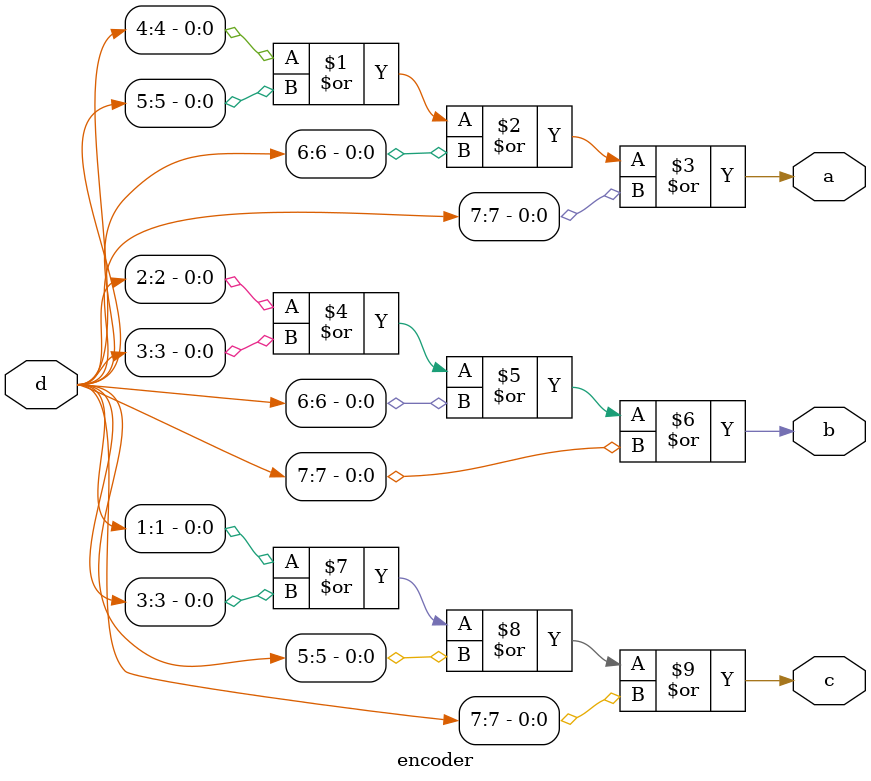
<source format=v>
module encoder(d,a,b,c);
input [7:0]d;
output a,b,c;
or(a,d[4],d[5],d[6],d[7]);
or(b,d[2],d[3],d[6],d[7]);
or(c,d[1],d[3],d[5],d[7]);
endmodule


</source>
